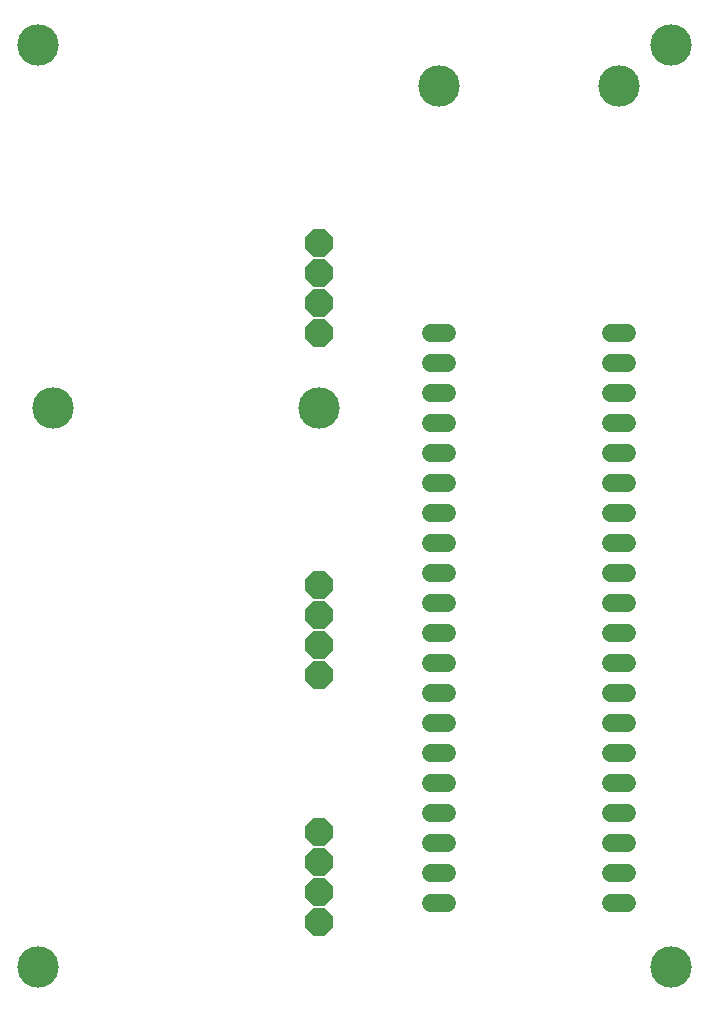
<source format=gbr>
G04 EAGLE Gerber RS-274X export*
G75*
%MOMM*%
%FSLAX34Y34*%
%LPD*%
%INSoldermask Bottom*%
%IPPOS*%
%AMOC8*
5,1,8,0,0,1.08239X$1,22.5*%
G01*
%ADD10C,3.505200*%
%ADD11P,2.556822X8X22.500000*%
%ADD12C,1.511200*%


D10*
X269875Y504825D03*
X44450Y504825D03*
X31750Y812800D03*
X568325Y812800D03*
X31750Y31750D03*
X568325Y31750D03*
X371475Y777875D03*
X523875Y777875D03*
D11*
X269875Y304800D03*
X269875Y330200D03*
X269875Y355600D03*
X269875Y279400D03*
X269875Y568325D03*
X269875Y644525D03*
X269875Y619125D03*
X269875Y593725D03*
X269875Y69850D03*
X269875Y120650D03*
X269875Y146050D03*
X269875Y95250D03*
D12*
X364935Y568325D02*
X378015Y568325D01*
X378015Y542925D02*
X364935Y542925D01*
X364935Y517525D02*
X378015Y517525D01*
X378015Y492125D02*
X364935Y492125D01*
X364935Y466725D02*
X378015Y466725D01*
X378015Y441325D02*
X364935Y441325D01*
X364935Y415925D02*
X378015Y415925D01*
X378015Y390525D02*
X364935Y390525D01*
X364935Y365125D02*
X378015Y365125D01*
X378015Y339725D02*
X364935Y339725D01*
X364935Y314325D02*
X378015Y314325D01*
X378015Y288925D02*
X364935Y288925D01*
X364935Y263525D02*
X378015Y263525D01*
X378015Y238125D02*
X364935Y238125D01*
X364935Y212725D02*
X378015Y212725D01*
X378015Y187325D02*
X364935Y187325D01*
X364935Y161925D02*
X378015Y161925D01*
X378015Y136525D02*
X364935Y136525D01*
X364935Y111125D02*
X378015Y111125D01*
X378015Y85725D02*
X364935Y85725D01*
X517335Y568325D02*
X530415Y568325D01*
X530415Y542925D02*
X517335Y542925D01*
X517335Y517525D02*
X530415Y517525D01*
X530415Y492125D02*
X517335Y492125D01*
X517335Y466725D02*
X530415Y466725D01*
X530415Y441325D02*
X517335Y441325D01*
X517335Y415925D02*
X530415Y415925D01*
X530415Y390525D02*
X517335Y390525D01*
X517335Y365125D02*
X530415Y365125D01*
X530415Y339725D02*
X517335Y339725D01*
X517335Y314325D02*
X530415Y314325D01*
X530415Y288925D02*
X517335Y288925D01*
X517335Y263525D02*
X530415Y263525D01*
X530415Y238125D02*
X517335Y238125D01*
X517335Y212725D02*
X530415Y212725D01*
X530415Y187325D02*
X517335Y187325D01*
X517335Y161925D02*
X530415Y161925D01*
X530415Y136525D02*
X517335Y136525D01*
X517335Y111125D02*
X530415Y111125D01*
X530415Y85725D02*
X517335Y85725D01*
M02*

</source>
